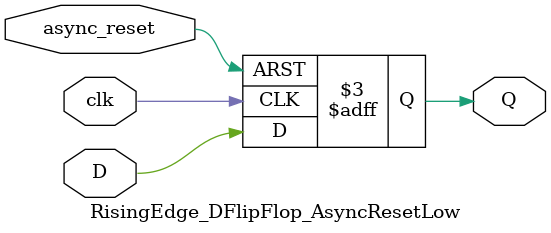
<source format=v>
module RisingEdge_DFlipFlop_AsyncResetLow(D,clk,async_reset,Q);
input D; // Data input 
input clk; // clock input 
input async_reset; // asynchronous reset low level 
output reg Q; // output Q 
always @(posedge clk or negedge async_reset) 
	begin
		if(async_reset==1'b0)
			Q <= 1'b0; 
		else 
			Q <= D; 
	end 
endmodule 

</source>
